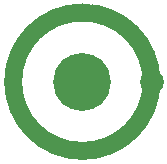
<source format=gbr>
G04 #@! TF.FileFunction,Copper,L1,Top,Signal*
%FSLAX46Y46*%
G04 Gerber Fmt 4.6, Leading zero omitted, Abs format (unit mm)*
G04 Created by KiCad (PCBNEW 4.0.4-stable) date 11/13/16 16:01:47*
%MOMM*%
%LPD*%
G01*
G04 APERTURE LIST*
%ADD10C,0.100000*%
%ADD11C,1.545000*%
%ADD12C,1.998980*%
%ADD13C,4.900000*%
%ADD14C,1.000000*%
G04 APERTURE END LIST*
D10*
D11*
X155862500Y-100000000D02*
G75*
G03X155862500Y-100000000I-5862500J0D01*
G01*
D12*
X149920000Y-100000000D03*
X155862500Y-100000000D03*
D13*
X150000000Y-100000000D03*
D14*
X155862500Y-100000000D03*
M02*

</source>
